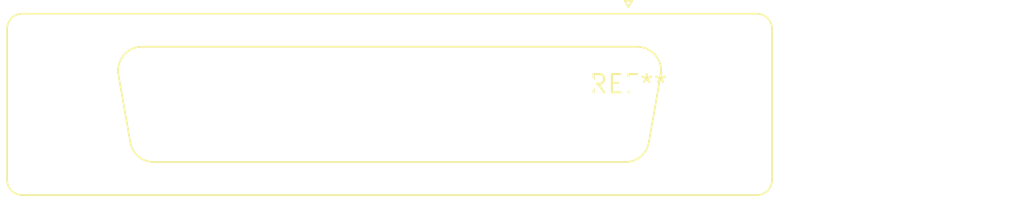
<source format=kicad_pcb>
(kicad_pcb (version 20240108) (generator pcbnew)
  (layers (0 "F.Cu" signal) (31 "B.Cu" signal) (34 "B.Paste" user) (35 "F.Paste" user) (36 "B.SilkS" user "B.Silkscreen") (37 "F.SilkS" user "F.Silkscreen") (38 "B.Mask" user) (39 "F.Mask" user) (44 "Edge.Cuts" user))
  (net 0 "")
  (footprint "DSUB-25_Female_Vertical_P2.77x2.84mm_MountingHoles" (layer "F.Cu") (at 0 0)
    (property "Reference" "REF**")
    (property "Value" "DSUB-25_Female_Vertical_P2.77x2.84mm_MountingHoles")
    (fp_line (start -43.23 6.67) (end -43.23 -3.83) (layer "F.SilkS") (stroke (width 0.12)))
    (fp_line (start -42.17 -4.89) (end 8.93 -4.89) (layer "F.SilkS") (stroke (width 0.12)))
    (fp_line (start -35.48647 -0.641744) (end -34.657733 4.058256) (layer "F.SilkS") (stroke (width 0.12)))
    (fp_line (start -33.851689 -2.59) (end 0.611689 -2.59) (layer "F.SilkS") (stroke (width 0.12)))
    (fp_line (start -33.022952 5.43) (end -0.217048 5.43) (layer "F.SilkS") (stroke (width 0.12)))
    (fp_line (start -0.25 -5.784338) (end 0.25 -5.784338) (layer "F.SilkS") (stroke (width 0.12)))
    (fp_line (start 0 -5.351325) (end -0.25 -5.784338) (layer "F.SilkS") (stroke (width 0.12)))
    (fp_line (start 0.25 -5.784338) (end 0 -5.351325) (layer "F.SilkS") (stroke (width 0.12)))
    (fp_line (start 2.24647 -0.641744) (end 1.417733 4.058256) (layer "F.SilkS") (stroke (width 0.12)))
    (fp_line (start 8.93 7.73) (end -42.17 7.73) (layer "F.SilkS") (stroke (width 0.12)))
    (fp_line (start 9.99 -3.83) (end 9.99 6.67) (layer "F.SilkS") (stroke (width 0.12)))
    (fp_arc (start -43.23 -3.83) (mid -42.919533 -4.579533) (end -42.17 -4.89) (layer "F.SilkS") (stroke (width 0.12)))
    (fp_arc (start -42.17 7.73) (mid -42.919533 7.419533) (end -43.23 6.67) (layer "F.SilkS") (stroke (width 0.12)))
    (fp_arc (start -35.48647 -0.641744) (mid -35.123323 -1.997028) (end -33.851689 -2.59) (layer "F.SilkS") (stroke (width 0.12)))
    (fp_arc (start -33.022952 5.43) (mid -34.089979 5.041634) (end -34.657733 4.058256) (layer "F.SilkS") (stroke (width 0.12)))
    (fp_arc (start 0.611689 -2.59) (mid 1.883323 -1.997027) (end 2.24647 -0.641744) (layer "F.SilkS") (stroke (width 0.12)))
    (fp_arc (start 1.417733 4.058256) (mid 0.84998 5.041634) (end -0.217048 5.43) (layer "F.SilkS") (stroke (width 0.12)))
    (fp_arc (start 8.93 -4.89) (mid 9.679533 -4.579533) (end 9.99 -3.83) (layer "F.SilkS") (stroke (width 0.12)))
    (fp_arc (start 9.99 6.67) (mid 9.679533 7.419533) (end 8.93 7.73) (layer "F.SilkS") (stroke (width 0.12)))
    (pad "0" thru_hole circle (at -40.17 1.42) (size 4 4) (drill 3.2) (layers *.Cu *.Mask) (remove_unused_layers))
    (pad "0" thru_hole circle (at 6.93 1.42) (size 4 4) (drill 3.2) (layers *.Cu *.Mask) (remove_unused_layers))
    (pad "1" thru_hole rect (at 0 0) (size 1.6 1.6) (drill 1) (layers *.Cu *.Mask) (remove_unused_layers))
    (pad "2" thru_hole circle (at -2.77 0) (size 1.6 1.6) (drill 1) (layers *.Cu *.Mask) (remove_unused_layers))
    (pad "3" thru_hole circle (at -5.54 0) (size 1.6 1.6) (drill 1) (layers *.Cu *.Mask) (remove_unused_layers))
    (pad "4" thru_hole circle (at -8.31 0) (size 1.6 1.6) (drill 1) (layers *.Cu *.Mask) (remove_unused_layers))
    (pad "5" thru_hole circle (at -11.08 0) (size 1.6 1.6) (drill 1) (layers *.Cu *.Mask) (remove_unused_layers))
    (pad "6" thru_hole circle (at -13.85 0) (size 1.6 1.6) (drill 1) (layers *.Cu *.Mask) (remove_unused_layers))
    (pad "7" thru_hole circle (at -16.62 0) (size 1.6 1.6) (drill 1) (layers *.Cu *.Mask) (remove_unused_layers))
    (pad "8" thru_hole circle (at -19.39 0) (size 1.6 1.6) (drill 1) (layers *.Cu *.Mask) (remove_unused_layers))
    (pad "9" thru_hole circle (at -22.16 0) (size 1.6 1.6) (drill 1) (layers *.Cu *.Mask) (remove_unused_layers))
    (pad "10" thru_hole circle (at -24.93 0) (size 1.6 1.6) (drill 1) (layers *.Cu *.Mask) (remove_unused_layers))
    (pad "11" thru_hole circle (at -27.7 0) (size 1.6 1.6) (drill 1) (layers *.Cu *.Mask) (remove_unused_layers))
    (pad "12" thru_hole circle (at -30.47 0) (size 1.6 1.6) (drill 1) (layers *.Cu *.Mask) (remove_unused_layers))
    (pad "13" thru_hole circle (at -33.24 0) (size 1.6 1.6) (drill 1) (layers *.Cu *.Mask) (remove_unused_layers))
    (pad "14" thru_hole circle (at -1.385 2.84) (size 1.6 1.6) (drill 1) (layers *.Cu *.Mask) (remove_unused_layers))
    (pad "15" thru_hole circle (at -4.155 2.84) (size 1.6 1.6) (drill 1) (layers *.Cu *.Mask) (remove_unused_layers))
    (pad "16" thru_hole circle (at -6.925 2.84) (size 1.6 1.6) (drill 1) (layers *.Cu *.Mask) (remove_unused_layers))
    (pad "17" thru_hole circle (at -9.695 2.84) (size 1.6 1.6) (drill 1) (layers *.Cu *.Mask) (remove_unused_layers))
    (pad "18" thru_hole circle (at -12.465 2.84) (size 1.6 1.6) (drill 1) (layers *.Cu *.Mask) (remove_unused_layers))
    (pad "19" thru_hole circle (at -15.235 2.84) (size 1.6 1.6) (drill 1) (layers *.Cu *.Mask) (remove_unused_layers))
    (pad "20" thru_hole circle (at -18.005 2.84) (size 1.6 1.6) (drill 1) (layers *.Cu *.Mask) (remove_unused_layers))
    (pad "21" thru_hole circle (at -20.775 2.84) (size 1.6 1.6) (drill 1) (layers *.Cu *.Mask) (remove_unused_layers))
    (pad "22" thru_hole circle (at -23.545 2.84) (size 1.6 1.6) (drill 1) (layers *.Cu *.Mask) (remove_unused_layers))
    (pad "23" thru_hole circle (at -26.315 2.84) (size 1.6 1.6) (drill 1) (layers *.Cu *.Mask) (remove_unused_layers))
    (pad "24" thru_hole circle (at -29.085 2.84) (size 1.6 1.6) (drill 1) (layers *.Cu *.Mask) (remove_unused_layers))
    (pad "25" thru_hole circle (at -31.855 2.84) (size 1.6 1.6) (drill 1) (layers *.Cu *.Mask) (remove_unused_layers))
  )
)
</source>
